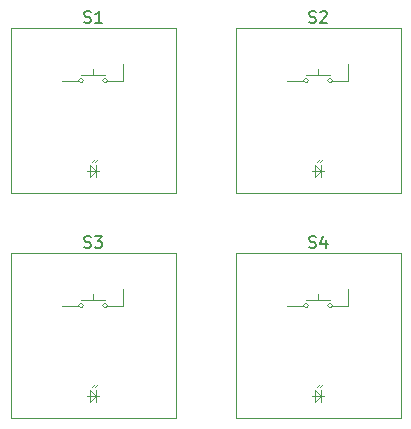
<source format=gbr>
G04 #@! TF.GenerationSoftware,KiCad,Pcbnew,5.1.5+dfsg1-2build2*
G04 #@! TF.CreationDate,2020-07-26T19:44:38+10:00*
G04 #@! TF.ProjectId,macr0,6d616372-302e-46b6-9963-61645f706362,rev?*
G04 #@! TF.SameCoordinates,Original*
G04 #@! TF.FileFunction,Legend,Top*
G04 #@! TF.FilePolarity,Positive*
%FSLAX46Y46*%
G04 Gerber Fmt 4.6, Leading zero omitted, Abs format (unit mm)*
G04 Created by KiCad (PCBNEW 5.1.5+dfsg1-2build2) date 2020-07-26 19:44:38*
%MOMM*%
%LPD*%
G04 APERTURE LIST*
%ADD10C,0.120000*%
%ADD11C,0.150000*%
G04 APERTURE END LIST*
D10*
X120523000Y-82677000D02*
X134493000Y-82677000D01*
X134493000Y-82677000D02*
X134493000Y-96647000D01*
X134493000Y-96647000D02*
X120523000Y-96647000D01*
X120523000Y-96647000D02*
X120523000Y-82677000D01*
X127000000Y-94742000D02*
X128016000Y-94742000D01*
X127762000Y-94742000D02*
X127254000Y-94234000D01*
X127254000Y-94234000D02*
X127254000Y-95250000D01*
X127254000Y-95250000D02*
X127762000Y-94742000D01*
X127762000Y-94234000D02*
X127762000Y-95250000D01*
X127381000Y-93980000D02*
X127635000Y-93726000D01*
X127635000Y-93980000D02*
X127889000Y-93726000D01*
X126492000Y-86614000D02*
X128524000Y-86614000D01*
X127508000Y-86614000D02*
X127508000Y-86106000D01*
X128703605Y-87122000D02*
G75*
G03X128703605Y-87122000I-179605J0D01*
G01*
X126671605Y-87122000D02*
G75*
G03X126671605Y-87122000I-179605J0D01*
G01*
X124841000Y-87122000D02*
X126312395Y-87122000D01*
X128703605Y-87122000D02*
X130048000Y-87122000D01*
X130048000Y-87122000D02*
X130048000Y-85725000D01*
X139573000Y-82677000D02*
X153543000Y-82677000D01*
X153543000Y-82677000D02*
X153543000Y-96647000D01*
X153543000Y-96647000D02*
X139573000Y-96647000D01*
X139573000Y-96647000D02*
X139573000Y-82677000D01*
X146050000Y-94742000D02*
X147066000Y-94742000D01*
X146812000Y-94742000D02*
X146304000Y-94234000D01*
X146304000Y-94234000D02*
X146304000Y-95250000D01*
X146304000Y-95250000D02*
X146812000Y-94742000D01*
X146812000Y-94234000D02*
X146812000Y-95250000D01*
X146431000Y-93980000D02*
X146685000Y-93726000D01*
X146685000Y-93980000D02*
X146939000Y-93726000D01*
X145542000Y-86614000D02*
X147574000Y-86614000D01*
X146558000Y-86614000D02*
X146558000Y-86106000D01*
X147753605Y-87122000D02*
G75*
G03X147753605Y-87122000I-179605J0D01*
G01*
X145721605Y-87122000D02*
G75*
G03X145721605Y-87122000I-179605J0D01*
G01*
X143891000Y-87122000D02*
X145362395Y-87122000D01*
X147753605Y-87122000D02*
X149098000Y-87122000D01*
X149098000Y-87122000D02*
X149098000Y-85725000D01*
X130048000Y-106172000D02*
X130048000Y-104775000D01*
X128703605Y-106172000D02*
X130048000Y-106172000D01*
X124841000Y-106172000D02*
X126312395Y-106172000D01*
X126671605Y-106172000D02*
G75*
G03X126671605Y-106172000I-179605J0D01*
G01*
X128703605Y-106172000D02*
G75*
G03X128703605Y-106172000I-179605J0D01*
G01*
X127508000Y-105664000D02*
X127508000Y-105156000D01*
X126492000Y-105664000D02*
X128524000Y-105664000D01*
X127635000Y-113030000D02*
X127889000Y-112776000D01*
X127381000Y-113030000D02*
X127635000Y-112776000D01*
X127762000Y-113284000D02*
X127762000Y-114300000D01*
X127254000Y-114300000D02*
X127762000Y-113792000D01*
X127254000Y-113284000D02*
X127254000Y-114300000D01*
X127762000Y-113792000D02*
X127254000Y-113284000D01*
X127000000Y-113792000D02*
X128016000Y-113792000D01*
X120523000Y-115697000D02*
X120523000Y-101727000D01*
X134493000Y-115697000D02*
X120523000Y-115697000D01*
X134493000Y-101727000D02*
X134493000Y-115697000D01*
X120523000Y-101727000D02*
X134493000Y-101727000D01*
X149098000Y-106172000D02*
X149098000Y-104775000D01*
X147753605Y-106172000D02*
X149098000Y-106172000D01*
X143891000Y-106172000D02*
X145362395Y-106172000D01*
X145721605Y-106172000D02*
G75*
G03X145721605Y-106172000I-179605J0D01*
G01*
X147753605Y-106172000D02*
G75*
G03X147753605Y-106172000I-179605J0D01*
G01*
X146558000Y-105664000D02*
X146558000Y-105156000D01*
X145542000Y-105664000D02*
X147574000Y-105664000D01*
X146685000Y-113030000D02*
X146939000Y-112776000D01*
X146431000Y-113030000D02*
X146685000Y-112776000D01*
X146812000Y-113284000D02*
X146812000Y-114300000D01*
X146304000Y-114300000D02*
X146812000Y-113792000D01*
X146304000Y-113284000D02*
X146304000Y-114300000D01*
X146812000Y-113792000D02*
X146304000Y-113284000D01*
X146050000Y-113792000D02*
X147066000Y-113792000D01*
X139573000Y-115697000D02*
X139573000Y-101727000D01*
X153543000Y-115697000D02*
X139573000Y-115697000D01*
X153543000Y-101727000D02*
X153543000Y-115697000D01*
X139573000Y-101727000D02*
X153543000Y-101727000D01*
D11*
X126746095Y-82192761D02*
X126888952Y-82240380D01*
X127127047Y-82240380D01*
X127222285Y-82192761D01*
X127269904Y-82145142D01*
X127317523Y-82049904D01*
X127317523Y-81954666D01*
X127269904Y-81859428D01*
X127222285Y-81811809D01*
X127127047Y-81764190D01*
X126936571Y-81716571D01*
X126841333Y-81668952D01*
X126793714Y-81621333D01*
X126746095Y-81526095D01*
X126746095Y-81430857D01*
X126793714Y-81335619D01*
X126841333Y-81288000D01*
X126936571Y-81240380D01*
X127174666Y-81240380D01*
X127317523Y-81288000D01*
X128269904Y-82240380D02*
X127698476Y-82240380D01*
X127984190Y-82240380D02*
X127984190Y-81240380D01*
X127888952Y-81383238D01*
X127793714Y-81478476D01*
X127698476Y-81526095D01*
X145796095Y-82192761D02*
X145938952Y-82240380D01*
X146177047Y-82240380D01*
X146272285Y-82192761D01*
X146319904Y-82145142D01*
X146367523Y-82049904D01*
X146367523Y-81954666D01*
X146319904Y-81859428D01*
X146272285Y-81811809D01*
X146177047Y-81764190D01*
X145986571Y-81716571D01*
X145891333Y-81668952D01*
X145843714Y-81621333D01*
X145796095Y-81526095D01*
X145796095Y-81430857D01*
X145843714Y-81335619D01*
X145891333Y-81288000D01*
X145986571Y-81240380D01*
X146224666Y-81240380D01*
X146367523Y-81288000D01*
X146748476Y-81335619D02*
X146796095Y-81288000D01*
X146891333Y-81240380D01*
X147129428Y-81240380D01*
X147224666Y-81288000D01*
X147272285Y-81335619D01*
X147319904Y-81430857D01*
X147319904Y-81526095D01*
X147272285Y-81668952D01*
X146700857Y-82240380D01*
X147319904Y-82240380D01*
X126746095Y-101242761D02*
X126888952Y-101290380D01*
X127127047Y-101290380D01*
X127222285Y-101242761D01*
X127269904Y-101195142D01*
X127317523Y-101099904D01*
X127317523Y-101004666D01*
X127269904Y-100909428D01*
X127222285Y-100861809D01*
X127127047Y-100814190D01*
X126936571Y-100766571D01*
X126841333Y-100718952D01*
X126793714Y-100671333D01*
X126746095Y-100576095D01*
X126746095Y-100480857D01*
X126793714Y-100385619D01*
X126841333Y-100338000D01*
X126936571Y-100290380D01*
X127174666Y-100290380D01*
X127317523Y-100338000D01*
X127650857Y-100290380D02*
X128269904Y-100290380D01*
X127936571Y-100671333D01*
X128079428Y-100671333D01*
X128174666Y-100718952D01*
X128222285Y-100766571D01*
X128269904Y-100861809D01*
X128269904Y-101099904D01*
X128222285Y-101195142D01*
X128174666Y-101242761D01*
X128079428Y-101290380D01*
X127793714Y-101290380D01*
X127698476Y-101242761D01*
X127650857Y-101195142D01*
X145796095Y-101242761D02*
X145938952Y-101290380D01*
X146177047Y-101290380D01*
X146272285Y-101242761D01*
X146319904Y-101195142D01*
X146367523Y-101099904D01*
X146367523Y-101004666D01*
X146319904Y-100909428D01*
X146272285Y-100861809D01*
X146177047Y-100814190D01*
X145986571Y-100766571D01*
X145891333Y-100718952D01*
X145843714Y-100671333D01*
X145796095Y-100576095D01*
X145796095Y-100480857D01*
X145843714Y-100385619D01*
X145891333Y-100338000D01*
X145986571Y-100290380D01*
X146224666Y-100290380D01*
X146367523Y-100338000D01*
X147224666Y-100623714D02*
X147224666Y-101290380D01*
X146986571Y-100242761D02*
X146748476Y-100957047D01*
X147367523Y-100957047D01*
M02*

</source>
